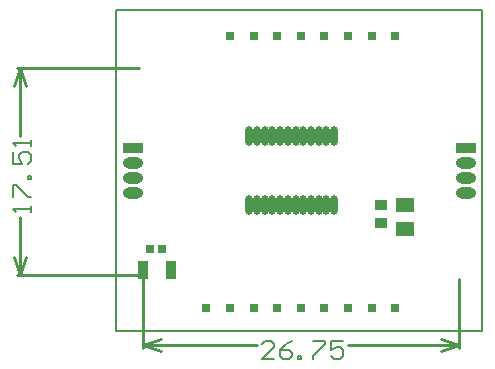
<source format=gbs>
%FSLAX25Y25*%
%MOIN*%
G70*
G01*
G75*
G04 Layer_Color=16711935*
%ADD10C,0.01000*%
%ADD11R,0.04843X0.05354*%
%ADD12C,0.03000*%
%ADD13C,0.00500*%
%ADD14C,0.00600*%
%ADD15O,0.06000X0.03000*%
%ADD16R,0.06000X0.03000*%
%ADD17R,0.02362X0.02362*%
%ADD18C,0.02000*%
%ADD19C,0.05000*%
%ADD20R,0.03347X0.02756*%
%ADD21R,0.05118X0.03937*%
%ADD22R,0.02559X0.05315*%
%ADD23O,0.01772X0.05709*%
%ADD24R,0.05643X0.06154*%
%ADD25O,0.06800X0.03800*%
%ADD26R,0.06800X0.03800*%
%ADD27R,0.03162X0.03162*%
%ADD28R,0.04147X0.03556*%
%ADD29R,0.05918X0.04737*%
%ADD30R,0.03359X0.06115*%
%ADD31O,0.02572X0.06509*%
D10*
X105300Y-24400D02*
Y-1250D01*
X0Y-24400D02*
Y-1250D01*
X68291Y-23400D02*
X105300D01*
X0D02*
X38100D01*
X99300Y-21400D02*
X105300Y-23400D01*
X99300Y-25400D02*
X105300Y-23400D01*
X0D02*
X6000Y-25400D01*
X0Y-23400D02*
X6000Y-21400D01*
X-42000Y0D02*
X-1250D01*
X-42000Y68946D02*
X-1250D01*
X-41000Y0D02*
Y19277D01*
Y46469D02*
Y68946D01*
Y0D02*
X-39000Y6000D01*
X-43000D02*
X-41000Y0D01*
X-43000Y62946D02*
X-41000Y68946D01*
X-39000Y62946D01*
D13*
X-9055Y-18504D02*
Y88386D01*
X-8900D02*
X112992D01*
Y-18504D02*
Y88400D01*
X-9055Y-18504D02*
X113100D01*
D14*
X43699Y-28100D02*
X39700D01*
X43699Y-24101D01*
Y-23102D01*
X42699Y-22102D01*
X40700D01*
X39700Y-23102D01*
X49697Y-22102D02*
X47697Y-23102D01*
X45698Y-25101D01*
Y-27100D01*
X46698Y-28100D01*
X48697D01*
X49697Y-27100D01*
Y-26101D01*
X48697Y-25101D01*
X45698D01*
X51696Y-28100D02*
Y-27100D01*
X52696D01*
Y-28100D01*
X51696D01*
X56695Y-22102D02*
X60693D01*
Y-23102D01*
X56695Y-27100D01*
Y-28100D01*
X66691Y-22102D02*
X62693D01*
Y-25101D01*
X64692Y-24101D01*
X65692D01*
X66691Y-25101D01*
Y-27100D01*
X65692Y-28100D01*
X63692D01*
X62693Y-27100D01*
X-37401Y20877D02*
Y22876D01*
Y21877D01*
X-43399D01*
X-42399Y20877D01*
X-43399Y25875D02*
Y29874D01*
X-42399D01*
X-38401Y25875D01*
X-37401D01*
Y31873D02*
X-38401D01*
Y32873D01*
X-37401D01*
Y31873D01*
X-43399Y40870D02*
Y36872D01*
X-40400D01*
X-41400Y38871D01*
Y39871D01*
X-40400Y40870D01*
X-38401D01*
X-37401Y39871D01*
Y37871D01*
X-38401Y36872D01*
X-37401Y42870D02*
Y44869D01*
Y43869D01*
X-43399D01*
X-42399Y42870D01*
D25*
X-3400Y32500D02*
D03*
Y27500D02*
D03*
Y37500D02*
D03*
X107800Y32500D02*
D03*
Y27500D02*
D03*
Y37500D02*
D03*
D26*
X-3400Y42500D02*
D03*
X107800D02*
D03*
D27*
X6300Y8700D02*
D03*
X2363D02*
D03*
X84145Y-10932D02*
D03*
X76271D02*
D03*
X68397D02*
D03*
X60523D02*
D03*
X52649D02*
D03*
X44775D02*
D03*
X36901D02*
D03*
X29027D02*
D03*
X21153D02*
D03*
X29027Y79620D02*
D03*
X36901D02*
D03*
X44775D02*
D03*
X52649D02*
D03*
X60523D02*
D03*
X68397D02*
D03*
X76271D02*
D03*
X84145D02*
D03*
D28*
X79500Y17400D02*
D03*
Y23305D02*
D03*
D29*
X87500Y15500D02*
D03*
Y23374D02*
D03*
D30*
X9449Y1700D02*
D03*
X0D02*
D03*
D31*
X35525Y46457D02*
D03*
X38084D02*
D03*
X40643D02*
D03*
X43202D02*
D03*
X45761D02*
D03*
X48320D02*
D03*
X50880D02*
D03*
X53439D02*
D03*
X55998D02*
D03*
X58557D02*
D03*
X61116D02*
D03*
X63675D02*
D03*
X35525Y23425D02*
D03*
X38084D02*
D03*
X40643D02*
D03*
X43202D02*
D03*
X45761D02*
D03*
X48320D02*
D03*
X50880D02*
D03*
X53439D02*
D03*
X55998D02*
D03*
X58557D02*
D03*
X61116D02*
D03*
X63675D02*
D03*
M02*

</source>
